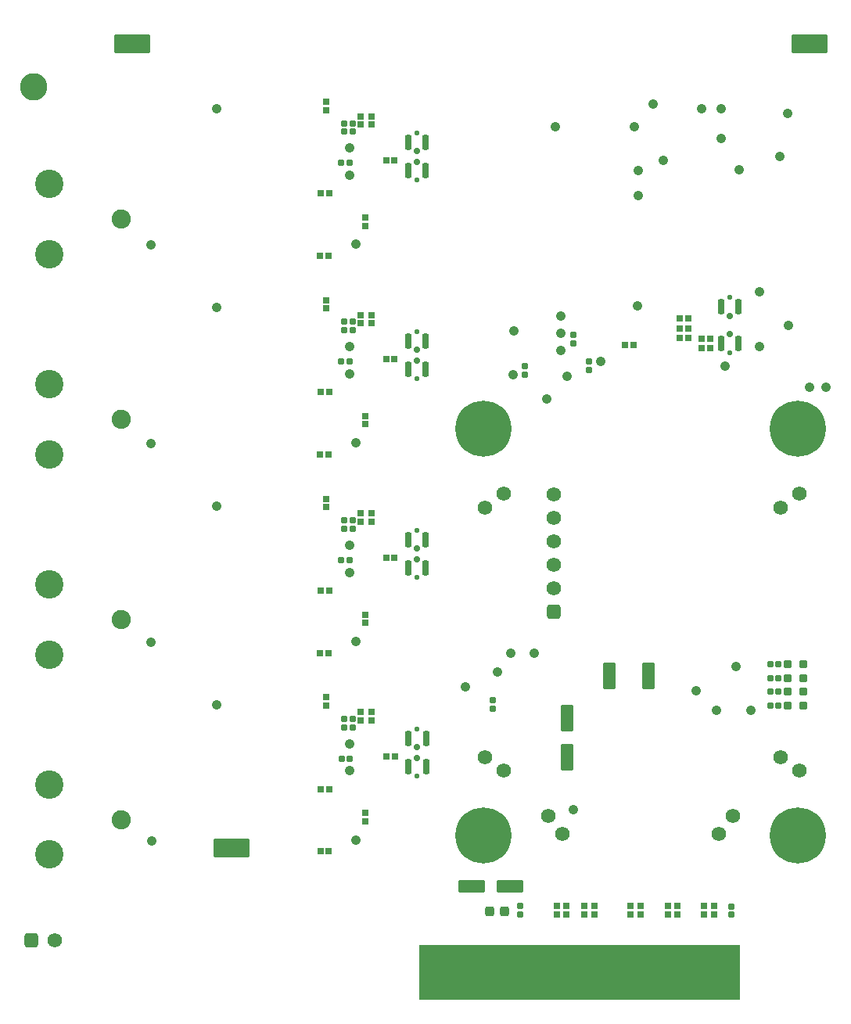
<source format=gbs>
G04*
G04 #@! TF.GenerationSoftware,Altium Limited,Altium Designer,21.0.9 (235)*
G04*
G04 Layer_Color=16711935*
%FSLAX25Y25*%
%MOIN*%
G70*
G04*
G04 #@! TF.SameCoordinates,6D45A94B-17CC-4D83-881B-F394DC7C88B3*
G04*
G04*
G04 #@! TF.FilePolarity,Negative*
G04*
G01*
G75*
%ADD64R,1.37008X0.23524*%
G04:AMPARAMS|DCode=65|XSize=26.62mil|YSize=26.62mil|CornerRadius=7.41mil|HoleSize=0mil|Usage=FLASHONLY|Rotation=180.000|XOffset=0mil|YOffset=0mil|HoleType=Round|Shape=RoundedRectangle|*
%AMROUNDEDRECTD65*
21,1,0.02662,0.01181,0,0,180.0*
21,1,0.01181,0.02662,0,0,180.0*
1,1,0.01481,-0.00591,0.00591*
1,1,0.01481,0.00591,0.00591*
1,1,0.01481,0.00591,-0.00591*
1,1,0.01481,-0.00591,-0.00591*
%
%ADD65ROUNDEDRECTD65*%
G04:AMPARAMS|DCode=66|XSize=26.62mil|YSize=26.62mil|CornerRadius=7.41mil|HoleSize=0mil|Usage=FLASHONLY|Rotation=90.000|XOffset=0mil|YOffset=0mil|HoleType=Round|Shape=RoundedRectangle|*
%AMROUNDEDRECTD66*
21,1,0.02662,0.01181,0,0,90.0*
21,1,0.01181,0.02662,0,0,90.0*
1,1,0.01481,0.00591,0.00591*
1,1,0.01481,0.00591,-0.00591*
1,1,0.01481,-0.00591,-0.00591*
1,1,0.01481,-0.00591,0.00591*
%
%ADD66ROUNDEDRECTD66*%
G04:AMPARAMS|DCode=67|XSize=28.2mil|YSize=28.2mil|CornerRadius=7.8mil|HoleSize=0mil|Usage=FLASHONLY|Rotation=0.000|XOffset=0mil|YOffset=0mil|HoleType=Round|Shape=RoundedRectangle|*
%AMROUNDEDRECTD67*
21,1,0.02820,0.01260,0,0,0.0*
21,1,0.01260,0.02820,0,0,0.0*
1,1,0.01560,0.00630,-0.00630*
1,1,0.01560,-0.00630,-0.00630*
1,1,0.01560,-0.00630,0.00630*
1,1,0.01560,0.00630,0.00630*
%
%ADD67ROUNDEDRECTD67*%
G04:AMPARAMS|DCode=71|XSize=42.37mil|YSize=38.43mil|CornerRadius=10.36mil|HoleSize=0mil|Usage=FLASHONLY|Rotation=90.000|XOffset=0mil|YOffset=0mil|HoleType=Round|Shape=RoundedRectangle|*
%AMROUNDEDRECTD71*
21,1,0.04237,0.01772,0,0,90.0*
21,1,0.02165,0.03843,0,0,90.0*
1,1,0.02072,0.00886,0.01083*
1,1,0.02072,0.00886,-0.01083*
1,1,0.02072,-0.00886,-0.01083*
1,1,0.02072,-0.00886,0.01083*
%
%ADD71ROUNDEDRECTD71*%
G04:AMPARAMS|DCode=83|XSize=28.2mil|YSize=28.2mil|CornerRadius=7.8mil|HoleSize=0mil|Usage=FLASHONLY|Rotation=90.000|XOffset=0mil|YOffset=0mil|HoleType=Round|Shape=RoundedRectangle|*
%AMROUNDEDRECTD83*
21,1,0.02820,0.01260,0,0,90.0*
21,1,0.01260,0.02820,0,0,90.0*
1,1,0.01560,0.00630,0.00630*
1,1,0.01560,0.00630,-0.00630*
1,1,0.01560,-0.00630,-0.00630*
1,1,0.01560,-0.00630,0.00630*
%
%ADD83ROUNDEDRECTD83*%
%ADD108R,0.03056X0.16835*%
%ADD111R,0.03056X0.12898*%
%ADD113C,0.06206*%
G04:AMPARAMS|DCode=114|XSize=62.06mil|YSize=62.06mil|CornerRadius=16.26mil|HoleSize=0mil|Usage=FLASHONLY|Rotation=90.000|XOffset=0mil|YOffset=0mil|HoleType=Round|Shape=RoundedRectangle|*
%AMROUNDEDRECTD114*
21,1,0.06206,0.02953,0,0,90.0*
21,1,0.02953,0.06206,0,0,90.0*
1,1,0.03253,0.01476,0.01476*
1,1,0.03253,0.01476,-0.01476*
1,1,0.03253,-0.01476,-0.01476*
1,1,0.03253,-0.01476,0.01476*
%
%ADD114ROUNDEDRECTD114*%
G04:AMPARAMS|DCode=115|XSize=62.06mil|YSize=62.06mil|CornerRadius=16.26mil|HoleSize=0mil|Usage=FLASHONLY|Rotation=0.000|XOffset=0mil|YOffset=0mil|HoleType=Round|Shape=RoundedRectangle|*
%AMROUNDEDRECTD115*
21,1,0.06206,0.02953,0,0,0.0*
21,1,0.02953,0.06206,0,0,0.0*
1,1,0.03253,0.01476,-0.01476*
1,1,0.03253,-0.01476,-0.01476*
1,1,0.03253,-0.01476,0.01476*
1,1,0.03253,0.01476,0.01476*
%
%ADD115ROUNDEDRECTD115*%
%ADD116C,0.08174*%
%ADD117C,0.12111*%
%ADD118C,0.11639*%
%ADD119C,0.23922*%
%ADD151C,0.04237*%
G04:AMPARAMS|DCode=152|XSize=111.27mil|YSize=50.24mil|CornerRadius=3.86mil|HoleSize=0mil|Usage=FLASHONLY|Rotation=270.000|XOffset=0mil|YOffset=0mil|HoleType=Round|Shape=RoundedRectangle|*
%AMROUNDEDRECTD152*
21,1,0.11127,0.04252,0,0,270.0*
21,1,0.10354,0.05024,0,0,270.0*
1,1,0.00772,-0.02126,-0.05177*
1,1,0.00772,-0.02126,0.05177*
1,1,0.00772,0.02126,0.05177*
1,1,0.00772,0.02126,-0.05177*
%
%ADD152ROUNDEDRECTD152*%
G04:AMPARAMS|DCode=153|XSize=111.27mil|YSize=50.24mil|CornerRadius=3.86mil|HoleSize=0mil|Usage=FLASHONLY|Rotation=180.000|XOffset=0mil|YOffset=0mil|HoleType=Round|Shape=RoundedRectangle|*
%AMROUNDEDRECTD153*
21,1,0.11127,0.04252,0,0,180.0*
21,1,0.10354,0.05024,0,0,180.0*
1,1,0.00772,-0.05177,0.02126*
1,1,0.00772,0.05177,0.02126*
1,1,0.00772,0.05177,-0.02126*
1,1,0.00772,-0.05177,-0.02126*
%
%ADD153ROUNDEDRECTD153*%
G04:AMPARAMS|DCode=154|XSize=152.61mil|YSize=82.92mil|CornerRadius=5.5mil|HoleSize=0mil|Usage=FLASHONLY|Rotation=180.000|XOffset=0mil|YOffset=0mil|HoleType=Round|Shape=RoundedRectangle|*
%AMROUNDEDRECTD154*
21,1,0.15261,0.07193,0,0,180.0*
21,1,0.14161,0.08292,0,0,180.0*
1,1,0.01099,-0.07081,0.03597*
1,1,0.01099,0.07081,0.03597*
1,1,0.01099,0.07081,-0.03597*
1,1,0.01099,-0.07081,-0.03597*
%
%ADD154ROUNDEDRECTD154*%
G04:AMPARAMS|DCode=155|XSize=34.5mil|YSize=34.5mil|CornerRadius=9.37mil|HoleSize=0mil|Usage=FLASHONLY|Rotation=180.000|XOffset=0mil|YOffset=0mil|HoleType=Round|Shape=RoundedRectangle|*
%AMROUNDEDRECTD155*
21,1,0.03450,0.01575,0,0,180.0*
21,1,0.01575,0.03450,0,0,180.0*
1,1,0.01875,-0.00787,0.00787*
1,1,0.01875,0.00787,0.00787*
1,1,0.01875,0.00787,-0.00787*
1,1,0.01875,-0.00787,-0.00787*
%
%ADD155ROUNDEDRECTD155*%
G04:AMPARAMS|DCode=156|XSize=26.62mil|YSize=24.65mil|CornerRadius=6.91mil|HoleSize=0mil|Usage=FLASHONLY|Rotation=0.000|XOffset=0mil|YOffset=0mil|HoleType=Round|Shape=RoundedRectangle|*
%AMROUNDEDRECTD156*
21,1,0.02662,0.01083,0,0,0.0*
21,1,0.01280,0.02465,0,0,0.0*
1,1,0.01383,0.00640,-0.00541*
1,1,0.01383,-0.00640,-0.00541*
1,1,0.01383,-0.00640,0.00541*
1,1,0.01383,0.00640,0.00541*
%
%ADD156ROUNDEDRECTD156*%
G04:AMPARAMS|DCode=157|XSize=25.84mil|YSize=65.21mil|CornerRadius=7.21mil|HoleSize=0mil|Usage=FLASHONLY|Rotation=0.000|XOffset=0mil|YOffset=0mil|HoleType=Round|Shape=RoundedRectangle|*
%AMROUNDEDRECTD157*
21,1,0.02584,0.05079,0,0,0.0*
21,1,0.01142,0.06521,0,0,0.0*
1,1,0.01442,0.00571,-0.02539*
1,1,0.01442,-0.00571,-0.02539*
1,1,0.01442,-0.00571,0.02539*
1,1,0.01442,0.00571,0.02539*
%
%ADD157ROUNDEDRECTD157*%
G04:AMPARAMS|DCode=158|XSize=22.69mil|YSize=22.69mil|CornerRadius=6.42mil|HoleSize=0mil|Usage=FLASHONLY|Rotation=0.000|XOffset=0mil|YOffset=0mil|HoleType=Round|Shape=RoundedRectangle|*
%AMROUNDEDRECTD158*
21,1,0.02269,0.00984,0,0,0.0*
21,1,0.00984,0.02269,0,0,0.0*
1,1,0.01284,0.00492,-0.00492*
1,1,0.01284,-0.00492,-0.00492*
1,1,0.01284,-0.00492,0.00492*
1,1,0.01284,0.00492,0.00492*
%
%ADD158ROUNDEDRECTD158*%
D64*
X244685Y10778D02*
D03*
D65*
X248425Y270866D02*
D03*
X248425Y267323D02*
D03*
X221260Y268898D02*
D03*
X221260Y265354D02*
D03*
X241929Y282283D02*
D03*
X241929Y278740D02*
D03*
X309252Y35236D02*
D03*
Y38780D02*
D03*
X207480Y123031D02*
D03*
Y126575D02*
D03*
X219094Y38976D02*
D03*
Y35433D02*
D03*
D66*
X329288Y136035D02*
D03*
X325745D02*
D03*
X329288Y130129D02*
D03*
X325745D02*
D03*
X329288Y124223D02*
D03*
X325745D02*
D03*
X329288Y141940D02*
D03*
X325745D02*
D03*
X147736Y199611D02*
D03*
X144193D02*
D03*
X147736Y203154D02*
D03*
X144193D02*
D03*
X143012Y186225D02*
D03*
X146555D02*
D03*
X147736Y368898D02*
D03*
X144193D02*
D03*
X147736Y372441D02*
D03*
X144193D02*
D03*
X143012Y355512D02*
D03*
X146555D02*
D03*
X144291Y114961D02*
D03*
X147835D02*
D03*
X146653Y101575D02*
D03*
X143110D02*
D03*
X146555Y270866D02*
D03*
X143012D02*
D03*
X144291Y118504D02*
D03*
X147835D02*
D03*
X144193Y287795D02*
D03*
X147736D02*
D03*
X144193Y284252D02*
D03*
X147736D02*
D03*
D67*
X155807Y202524D02*
D03*
Y206146D02*
D03*
X151280Y202524D02*
D03*
Y206146D02*
D03*
X153101Y159493D02*
D03*
Y163115D02*
D03*
X136516Y212446D02*
D03*
Y208823D02*
D03*
X155807Y371811D02*
D03*
Y375433D02*
D03*
X151280Y371811D02*
D03*
Y375433D02*
D03*
X153101Y332402D02*
D03*
Y328780D02*
D03*
X136516Y381732D02*
D03*
Y378110D02*
D03*
X136614Y124173D02*
D03*
Y127795D02*
D03*
X155905Y117874D02*
D03*
Y121496D02*
D03*
X151378Y117874D02*
D03*
Y121496D02*
D03*
X234842Y35394D02*
D03*
Y39016D02*
D03*
X238976Y35394D02*
D03*
Y39016D02*
D03*
X250787Y35394D02*
D03*
Y39016D02*
D03*
X246457Y35394D02*
D03*
Y39016D02*
D03*
X297638Y35394D02*
D03*
X297638Y39016D02*
D03*
X282087Y35394D02*
D03*
Y39016D02*
D03*
X266339Y35394D02*
D03*
Y39016D02*
D03*
X301772Y35394D02*
D03*
X301772Y39016D02*
D03*
X286221Y35394D02*
D03*
Y39016D02*
D03*
X270472Y35394D02*
D03*
Y39016D02*
D03*
X153101Y244134D02*
D03*
Y247756D02*
D03*
X155807Y290787D02*
D03*
Y287165D02*
D03*
X136516Y293465D02*
D03*
Y297087D02*
D03*
X151280Y290787D02*
D03*
Y287165D02*
D03*
X153200Y78465D02*
D03*
Y74843D02*
D03*
D71*
X212402Y36614D02*
D03*
X206102D02*
D03*
D83*
X287165Y289173D02*
D03*
X290787Y289173D02*
D03*
X287139Y285082D02*
D03*
X290761D02*
D03*
X287194Y281102D02*
D03*
X290816D02*
D03*
X300068Y280709D02*
D03*
X296446D02*
D03*
X300068Y276772D02*
D03*
X296446D02*
D03*
X267390Y277953D02*
D03*
X263769D02*
D03*
X165689Y187406D02*
D03*
X162067D02*
D03*
X133967Y146776D02*
D03*
X137589D02*
D03*
X134164Y173351D02*
D03*
X137786D02*
D03*
X165689Y356693D02*
D03*
X162067D02*
D03*
X133967Y316063D02*
D03*
X137589D02*
D03*
X134164Y342638D02*
D03*
X137786D02*
D03*
X165787Y102756D02*
D03*
X162165D02*
D03*
X162067Y272047D02*
D03*
X165689D02*
D03*
X137786Y257992D02*
D03*
X134164D02*
D03*
X137589Y231417D02*
D03*
X133967D02*
D03*
X137884Y88701D02*
D03*
X134262D02*
D03*
X137688Y62126D02*
D03*
X134066D02*
D03*
D108*
X305709Y13780D02*
D03*
X289961D02*
D03*
X293898D02*
D03*
X262402D02*
D03*
X242717D02*
D03*
X230906D02*
D03*
X191535D02*
D03*
X274213D02*
D03*
X278150D02*
D03*
X254528D02*
D03*
X238779D02*
D03*
X195472D02*
D03*
X187598D02*
D03*
X215158D02*
D03*
X203346D02*
D03*
X199409D02*
D03*
X207283D02*
D03*
X219094D02*
D03*
X183661D02*
D03*
X234842D02*
D03*
X246654D02*
D03*
X211221D02*
D03*
X250590D02*
D03*
X282087D02*
D03*
X301772D02*
D03*
X266339D02*
D03*
X286024D02*
D03*
X297835D02*
D03*
X309646D02*
D03*
X258465D02*
D03*
X270276D02*
D03*
D111*
X179724Y15748D02*
D03*
D113*
X233465Y214370D02*
D03*
Y204370D02*
D03*
Y194370D02*
D03*
Y184370D02*
D03*
Y174370D02*
D03*
X212075Y214550D02*
D03*
Y96636D02*
D03*
X204201Y208743D02*
D03*
Y102444D02*
D03*
X231272Y77447D02*
D03*
X309815D02*
D03*
X237079Y69573D02*
D03*
X304008D02*
D03*
X330185Y102444D02*
D03*
Y208743D02*
D03*
X338059Y96636D02*
D03*
Y214550D02*
D03*
X20827Y24213D02*
D03*
D114*
X233465Y164370D02*
D03*
D115*
X10827Y24213D02*
D03*
D116*
X49114Y161024D02*
D03*
Y75787D02*
D03*
Y331496D02*
D03*
Y246260D02*
D03*
D117*
X18406Y146063D02*
D03*
Y175984D02*
D03*
Y60827D02*
D03*
Y90748D02*
D03*
Y316535D02*
D03*
Y346457D02*
D03*
Y231299D02*
D03*
Y261220D02*
D03*
D118*
X12008Y387992D02*
D03*
D119*
X337470Y68979D02*
D03*
X337470Y242207D02*
D03*
X203611Y68979D02*
D03*
Y242207D02*
D03*
D151*
X239370Y264567D02*
D03*
X230512Y255118D02*
D03*
X216142Y265354D02*
D03*
X216535Y283858D02*
D03*
X236614Y290354D02*
D03*
X236636Y282931D02*
D03*
X236706Y275686D02*
D03*
X253543Y270866D02*
D03*
X234055Y370866D02*
D03*
X275787Y380709D02*
D03*
X267913Y370866D02*
D03*
X269688Y341555D02*
D03*
Y352381D02*
D03*
X280315Y356496D02*
D03*
X296457Y378740D02*
D03*
X304921D02*
D03*
X304724Y365945D02*
D03*
X312598Y352559D02*
D03*
X329921Y358268D02*
D03*
X269291Y294685D02*
D03*
X306693Y269094D02*
D03*
X321098Y300555D02*
D03*
X321063Y277165D02*
D03*
X333661Y286417D02*
D03*
X146555Y362008D02*
D03*
Y350394D02*
D03*
X149164Y320985D02*
D03*
X146555Y277362D02*
D03*
Y265748D02*
D03*
X149164Y236339D02*
D03*
X146555Y192721D02*
D03*
Y181107D02*
D03*
X149164Y151698D02*
D03*
X146653Y108071D02*
D03*
Y96457D02*
D03*
X89912Y378465D02*
D03*
X61959Y320591D02*
D03*
X89912Y293819D02*
D03*
X61959Y235945D02*
D03*
X89912Y209178D02*
D03*
X61959Y151304D02*
D03*
X90010Y124528D02*
D03*
X62058Y66654D02*
D03*
X149262Y67048D02*
D03*
X195866Y132283D02*
D03*
X209449Y138779D02*
D03*
X215354Y146653D02*
D03*
X225197D02*
D03*
X294094Y130709D02*
D03*
X302756Y122441D02*
D03*
X311221Y140945D02*
D03*
X317717Y122244D02*
D03*
X241929Y80118D02*
D03*
X333268Y376575D02*
D03*
X342520Y260039D02*
D03*
X349410D02*
D03*
D152*
X257283Y136811D02*
D03*
X273819D02*
D03*
X239370Y119095D02*
D03*
Y102362D02*
D03*
D153*
X214764Y47441D02*
D03*
X198425D02*
D03*
D154*
X96063Y63779D02*
D03*
X53937Y406299D02*
D03*
X342520D02*
D03*
D155*
X333323Y141940D02*
D03*
X339820D02*
D03*
X333323Y130129D02*
D03*
X339820D02*
D03*
X333323Y124223D02*
D03*
X339820D02*
D03*
X333323Y136035D02*
D03*
X339820D02*
D03*
D156*
X308536Y282480D02*
D03*
Y290354D02*
D03*
X175295Y102067D02*
D03*
X175197Y191245D02*
D03*
Y186717D02*
D03*
Y275886D02*
D03*
Y271358D02*
D03*
Y360531D02*
D03*
Y356004D02*
D03*
X175295Y106595D02*
D03*
D157*
X312315Y278642D02*
D03*
X304756Y278642D02*
D03*
X312315Y294193D02*
D03*
X304756D02*
D03*
X171516Y98228D02*
D03*
X179075D02*
D03*
X171417Y195083D02*
D03*
X178976D02*
D03*
Y182879D02*
D03*
X171417D02*
D03*
X178976Y279724D02*
D03*
X171417D02*
D03*
Y267520D02*
D03*
X178976D02*
D03*
X171417Y364370D02*
D03*
X178976D02*
D03*
X171417Y352165D02*
D03*
X178976D02*
D03*
X171516Y110433D02*
D03*
X179075D02*
D03*
D158*
X308536Y274705D02*
D03*
Y298130D02*
D03*
X175295Y94291D02*
D03*
X175197Y199020D02*
D03*
Y178942D02*
D03*
Y283661D02*
D03*
Y263583D02*
D03*
Y368307D02*
D03*
Y348228D02*
D03*
X175295Y114370D02*
D03*
M02*

</source>
